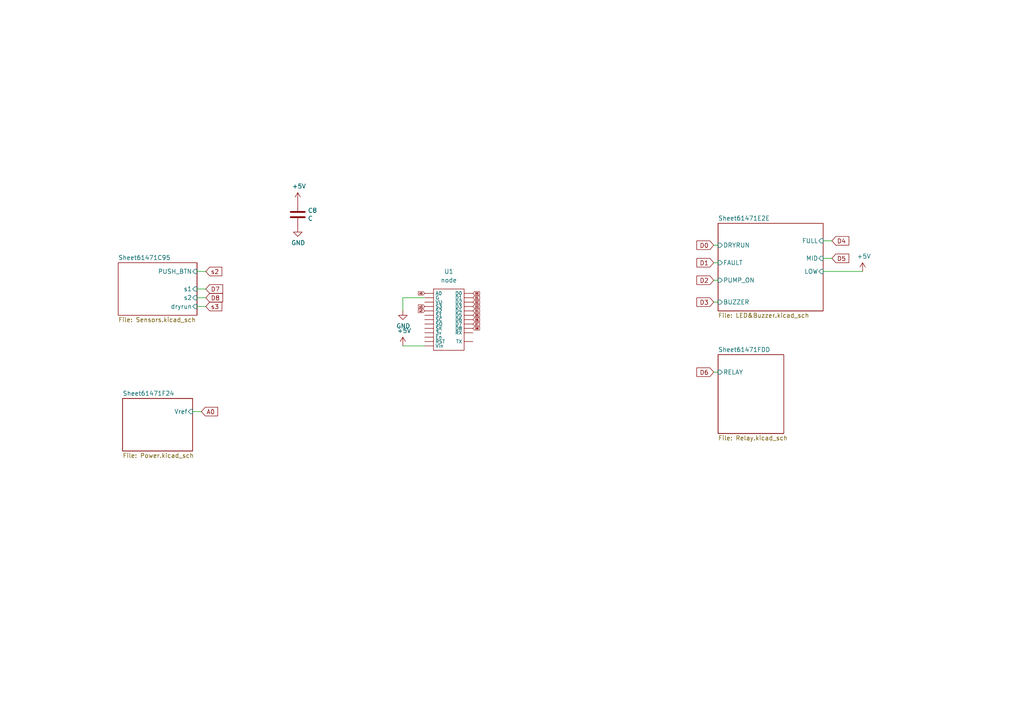
<source format=kicad_sch>
(kicad_sch (version 20211123) (generator eeschema)
  (paper "A4")
  (lib_symbols
    (symbol "Device:C" (pin_numbers hide) (pin_names (offset 0.254))
      (property "Reference" "C" (at 0.635 2.54 0))
      (property "Value" "C" (at 0.635 -2.54 0))
      (symbol "C_0_1"
        (polyline (pts (xy -2.032 -0.762) (xy 2.032 -0.762)) (stroke (width 0.508)))
        (polyline (pts (xy -2.032 0.762) (xy 2.032 0.762)) (stroke (width 0.508)))
      )
      (symbol "C_1_1"
        (pin passive line (at 0 3.81 270) (length 2.794) (name "~") (number "1"))
        (pin passive line (at 0 -3.81 90) (length 2.794) (name "~") (number "2"))
      )
    )
    (symbol "SHA:node"
      (property "Reference" "U" (at 3.81 1.27 0))
      (property "Value" "node" (at 0 1.27 0))
      (symbol "node_0_1"
        (rectangle (start -3.81 0) (end -3.81 0))
        (rectangle (start -3.81 0) (end 5.08 -17.78))
        (rectangle (start -1.27 -3.81) (end -1.27 -3.81))
      )
      (symbol "node_1_1"
        (pin output line (at -6.35 -12.7 0) (length 2.54) (name "3v") (number ""))
        (pin bidirectional line (at -6.35 -1.27 0) (length 2.54) (name "A0") (number ""))
        (pin bidirectional line (at 7.62 -1.27 180) (length 2.54) (name "D0") (number ""))
        (pin bidirectional line (at 7.62 -2.54 180) (length 2.54) (name "D1") (number ""))
        (pin bidirectional line (at 7.62 -3.81 180) (length 2.54) (name "D2") (number ""))
        (pin bidirectional line (at 7.62 -5.08 180) (length 2.54) (name "D3") (number ""))
        (pin bidirectional line (at 7.62 -6.35 180) (length 2.54) (name "D4") (number ""))
        (pin bidirectional line (at 7.62 -7.62 180) (length 2.54) (name "D5") (number ""))
        (pin bidirectional line (at 7.62 -8.89 180) (length 2.54) (name "D6") (number ""))
        (pin bidirectional line (at 7.62 -10.16 180) (length 2.54) (name "D7") (number ""))
        (pin bidirectional line (at 7.62 -11.43 180) (length 2.54) (name "D8") (number ""))
        (pin bidirectional line (at -6.35 -13.97 0) (length 2.54) (name "En") (number ""))
        (pin bidirectional line (at -6.35 -2.54 0) (length 2.54) (name "G") (number ""))
        (pin bidirectional line (at -6.35 -15.24 0) (length 2.54) (name "RST") (number ""))
        (pin bidirectional line (at 7.62 -12.7 180) (length 2.54) (name "RX") (number ""))
        (pin bidirectional line (at -6.35 -7.62 0) (length 2.54) (name "S1") (number ""))
        (pin bidirectional line (at -6.35 -6.35 0) (length 2.54) (name "S2") (number ""))
        (pin bidirectional line (at -6.35 -5.08 0) (length 2.54) (name "S3") (number ""))
        (pin bidirectional line (at -6.35 -8.89 0) (length 2.54) (name "SC") (number ""))
        (pin bidirectional line (at -6.35 -11.43 0) (length 2.54) (name "SK") (number ""))
        (pin bidirectional line (at -6.35 -10.16 0) (length 2.54) (name "SO") (number ""))
        (pin bidirectional line (at 7.62 -15.24 180) (length 2.54) (name "TX") (number ""))
        (pin bidirectional line (at -6.35 -3.81 0) (length 2.54) (name "VU") (number ""))
        (pin bidirectional line (at -6.35 -16.51 0) (length 2.54) (name "Vin") (number ""))
      )
    )
    (symbol "power:+5V" (power) (pin_names (offset 0))
      (property "Value" "+5V" (at 0 3.556 0))
      (symbol "+5V_0_1"
        (polyline (pts (xy -0.762 1.27) (xy 0 2.54)))
        (polyline (pts (xy 0 0) (xy 0 2.54)))
        (polyline (pts (xy 0 2.54) (xy 0.762 1.27)))
      )
      (symbol "+5V_1_1"
        (pin power_in line (at 0 0 90) (length 0) hide (name "+5V") (number "1"))
      )
    )
    (symbol "power:GND" (power) (pin_names (offset 0))
      (property "Value" "GND" (at 0 -3.81 0))
      (symbol "GND_0_1"
        (polyline (pts (xy 0 0) (xy 0 -1.27) (xy 1.27 -1.27) (xy 0 -2.54) (xy -1.27 -1.27) (xy 0 -1.27)))
      )
      (symbol "GND_1_1"
        (pin power_in line (at 0 0 270) (length 0) hide (name "GND") (number "1"))
      )
    )
  )
  (wire (pts (xy 59.69 83.82) (xy 57.15 83.82)))
  (wire (pts (xy 207.01 71.12) (xy 208.28 71.12)))
  (wire (pts (xy 238.76 78.74) (xy 250.19 78.74)))
  (wire (pts (xy 207.01 81.28) (xy 208.28 81.28)))
  (wire (pts (xy 207.01 76.2) (xy 208.28 76.2)))
  (wire (pts (xy 59.69 78.74) (xy 57.15 78.74)))
  (wire (pts (xy 116.84 90.17) (xy 116.84 86.36)))
  (wire (pts (xy 238.76 69.85) (xy 241.3 69.85)))
  (wire (pts (xy 207.01 107.95) (xy 208.28 107.95)))
  (wire (pts (xy 116.84 100.33) (xy 123.19 100.33)))
  (wire (pts (xy 238.76 74.93) (xy 241.3 74.93)))
  (wire (pts (xy 59.69 86.36) (xy 57.15 86.36)))
  (wire (pts (xy 207.01 87.63) (xy 208.28 87.63)))
  (wire (pts (xy 58.42 119.38) (xy 55.88 119.38)))
  (wire (pts (xy 59.69 88.9) (xy 57.15 88.9)))
  (wire (pts (xy 116.84 86.36) (xy 123.19 86.36)))
  (global_label "D5" (shape input) (at 241.3 74.93 0) (property "Intersheet References" "${INTERSHEET_REFS}" (effects hide)))
  (global_label "D7" (shape input) (at 59.69 83.82 0) (property "Intersheet References" "${INTERSHEET_REFS}" (effects hide)))
  (global_label "D3" (shape input) (at 207.01 87.63 180) (property "Intersheet References" "${INTERSHEET_REFS}" (effects hide)))
  (global_label "D8" (shape input) (at 59.69 86.36 0) (property "Intersheet References" "${INTERSHEET_REFS}" (effects hide)))
  (global_label "s3" (shape input) (at 123.19 88.9 180) (effects (font (size 0.508 0.508))) (property "Intersheet References" "${INTERSHEET_REFS}" (effects hide)))
  (global_label "D6" (shape input) (at 137.16 92.71 0) (effects (font (size 0.508 0.508))) (property "Intersheet References" "${INTERSHEET_REFS}" (effects hide)))
  (global_label "A0" (shape input) (at 123.19 85.09 180) (effects (font (size 0.508 0.508))) (property "Intersheet References" "${INTERSHEET_REFS}" (effects hide)))
  (global_label "D5" (shape input) (at 137.16 91.44 0) (effects (font (size 0.508 0.508))) (property "Intersheet References" "${INTERSHEET_REFS}" (effects hide)))
  (global_label "D4" (shape input) (at 241.3 69.85 0) (property "Intersheet References" "${INTERSHEET_REFS}" (effects hide)))
  (global_label "A0" (shape input) (at 58.42 119.38 0) (property "Intersheet References" "${INTERSHEET_REFS}" (effects hide)))
  (global_label "s2" (shape input) (at 59.69 78.74 0) (property "Intersheet References" "${INTERSHEET_REFS}" (effects hide)))
  (global_label "D2" (shape input) (at 207.01 81.28 180) (property "Intersheet References" "${INTERSHEET_REFS}" (effects hide)))
  (global_label "D1" (shape input) (at 137.16 86.36 0) (effects (font (size 0.508 0.508))) (property "Intersheet References" "${INTERSHEET_REFS}" (effects hide)))
  (global_label "D0" (shape input) (at 207.01 71.12 180) (property "Intersheet References" "${INTERSHEET_REFS}" (effects hide)))
  (global_label "D6" (shape input) (at 207.01 107.95 180) (property "Intersheet References" "${INTERSHEET_REFS}" (effects hide)))
  (global_label "D2" (shape input) (at 137.16 87.63 0) (effects (font (size 0.508 0.508))) (property "Intersheet References" "${INTERSHEET_REFS}" (effects hide)))
  (global_label "s2" (shape input) (at 123.19 90.17 180) (effects (font (size 0.508 0.508))) (property "Intersheet References" "${INTERSHEET_REFS}" (effects hide)))
  (global_label "D1" (shape input) (at 207.01 76.2 180) (property "Intersheet References" "${INTERSHEET_REFS}" (effects hide)))
  (global_label "D4" (shape input) (at 137.16 90.17 0) (effects (font (size 0.508 0.508))) (property "Intersheet References" "${INTERSHEET_REFS}" (effects hide)))
  (global_label "s3" (shape input) (at 59.69 88.9 0) (property "Intersheet References" "${INTERSHEET_REFS}" (effects hide)))
  (global_label "D8" (shape input) (at 137.16 95.25 0) (effects (font (size 0.508 0.508))) (property "Intersheet References" "${INTERSHEET_REFS}" (effects hide)))
  (global_label "D3" (shape input) (at 137.16 88.9 0) (effects (font (size 0.508 0.508))) (property "Intersheet References" "${INTERSHEET_REFS}" (effects hide)))
  (global_label "D7" (shape input) (at 137.16 93.98 0) (effects (font (size 0.508 0.508))) (property "Intersheet References" "${INTERSHEET_REFS}" (effects hide)))
  (global_label "D0" (shape input) (at 137.16 85.09 0) (effects (font (size 0.508 0.508))) (property "Intersheet References" "${INTERSHEET_REFS}" (effects hide)))
  (symbol (lib_id "Device:C") (at 86.36 62.23 0) (unit 1)
    (property "Reference" "C8" (at 89.281 61.0616 0) (effects (justify left)))
    (property "Value" "C" (at 89.281 63.373 0) (effects (justify left)))
    (property "Footprint" "Capacitor_THT:C_Disc_D4.7mm_W2.5mm_P5.00mm" (effects hide))
  )
  (symbol (lib_id "power:GND") (at 86.36 66.04 0) (unit 1)
    (property "Reference" "#PWR0110" (effects hide))
    (property "Value" "GND" (at 86.487 70.4342 0))
  )
  (symbol (lib_id "power:+5V") (at 86.36 58.42 0) (unit 1)
    (property "Reference" "#PWR0109" (effects hide))
    (property "Value" "+5V" (at 86.741 54.0258 0))
  )
  (symbol (lib_id "power:+5V") (at 250.19 78.74 0) (unit 1)
    (property "Reference" "#PWR0105" (effects hide))
    (property "Value" "+5V" (at 250.571 74.3458 0))
  )
  (symbol (lib_id "power:GND") (at 116.84 90.17 0) (unit 1)
    (property "Reference" "#PWR0118" (effects hide))
    (property "Value" "GND" (at 116.967 94.5642 0))
  )
  (symbol (lib_id "SHA:node") (at 129.54 83.82 0) (unit 1)
    (property "Reference" "U1" (at 130.175 78.74 0))
    (property "Value" "node" (at 130.175 81.28 0))
    (property "Footprint" "SHAHIDABDULLA:nodemcu" (effects hide))
  )
  (symbol (lib_id "power:+5V") (at 116.84 100.33 0) (unit 1)
    (property "Reference" "#PWR0117" (effects hide))
    (property "Value" "+5V" (at 117.221 95.9358 0))
  )
  (sheet (at 34.29 76.2) (size 22.86 15.24)
    (property "Sheet name" "Sheet61471C95" (at 34.29 75.4884 0) (effects (justify left bottom)))
    (property "Sheet file" "Sensors.kicad_sch" (at 34.29 92.0246 0) (effects (justify left top)))
    (pin "s2" input (at 57.15 86.36 0))
    (pin "PUSH_BTN" input (at 57.15 78.74 0))
    (pin "s1" input (at 57.15 83.82 0))
    (pin "dryrun" input (at 57.15 88.9 0))
  )
  (sheet (at 208.28 64.77) (size 30.48 25.4)
    (property "Sheet name" "Sheet61471E2E" (at 208.28 64.0584 0) (effects (justify left bottom)))
    (property "Sheet file" "LED&Buzzer.kicad_sch" (at 208.28 90.7546 0) (effects (justify left top)))
    (pin "DRYRUN" input (at 208.28 71.12 180))
    (pin "FAULT" input (at 208.28 76.2 180))
    (pin "PUMP_ON" input (at 208.28 81.28 180))
    (pin "FULL" input (at 238.76 69.85 0))
    (pin "MID" input (at 238.76 74.93 0))
    (pin "LOW" input (at 238.76 78.74 0))
    (pin "BUZZER" input (at 208.28 87.63 180))
  )
  (sheet (at 35.56 115.57) (size 20.32 15.24)
    (property "Sheet name" "Sheet61471F24" (at 35.56 114.8584 0) (effects (justify left bottom)))
    (property "Sheet file" "Power.kicad_sch" (at 35.56 131.3946 0) (effects (justify left top)))
    (pin "Vref" input (at 55.88 119.38 0))
  )
  (sheet (at 208.28 102.87) (size 19.05 22.86)
    (property "Sheet name" "Sheet61471FDD" (at 208.28 102.1584 0) (effects (justify left bottom)))
    (property "Sheet file" "Relay.kicad_sch" (at 208.28 126.3146 0) (effects (justify left top)))
    (pin "RELAY" input (at 208.28 107.95 180))
  )
)
</source>
